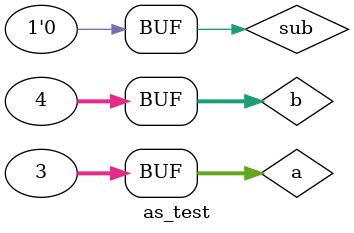
<source format=v>
`timescale 1ns / 1ps


module as_test;

	// Inputs
	reg [31:0] a;
	reg [31:0] b;
	reg sub;

	// Outputs
	wire [31:0] s;

	// Instantiate the Unit Under Test (UUT)
	addsub32 uut (
		.a(a), 
		.b(b), 
		.sub(sub), 
		.s(s)
	);

	initial begin
		// Initialize Inputs
		a = 0;
		b = 0;
		sub = 0;

		// Wait 100 ns for global reset to finish
		#100;
        	
		a = 3;
		b = 4;
		sub = 0;
		// Add stimulus here

	end
      
endmodule


</source>
